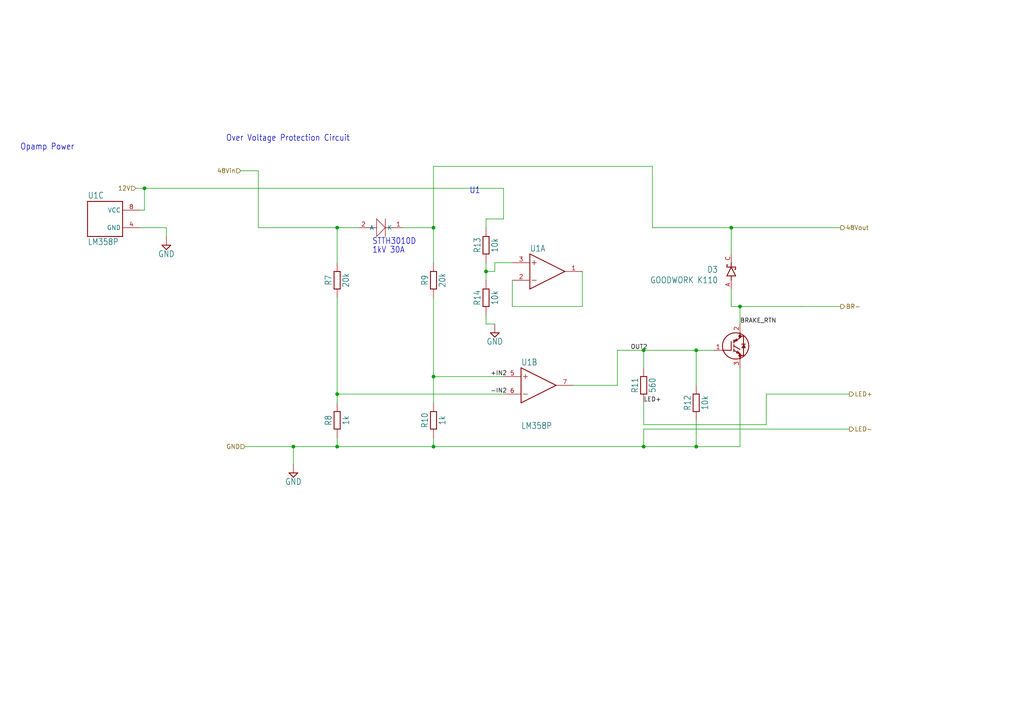
<source format=kicad_sch>
(kicad_sch (version 20230121) (generator eeschema)
  (paper "A4")
  (lib_symbols
    (symbol "RCHIP-0805(2012-METRIC)_1"
      (property "Reference" "R9" (at 0 2.54 0))
      (property "Value" "20k" (at 0 -2.54 0))
      (symbol "RCHIP-0805(2012-METRIC)_1_1_0"
        (polyline (pts (xy -2.54 -0.889) (xy -2.54 0.889)) (stroke (width 0.254)))
        (polyline (pts (xy -2.54 -0.889) (xy 2.54 -0.889)) (stroke (width 0.254)))
        (polyline (pts (xy 2.54 -0.889) (xy 2.54 0.889)) (stroke (width 0.254)))
        (polyline (pts (xy 2.54 0.889) (xy -2.54 0.889)) (stroke (width 0.254)))
        (pin passive line (at -5.08 0 0) (length 2.54) (name "1") (number "1"))
        (pin passive line (at 5.08 0 180) (length 2.54) (name "2") (number "2"))
      )
    )
    (symbol "RCHIP-0805(2012-METRIC)_2"
      (property "Reference" "R10" (at 0 2.54 0))
      (property "Value" "1k" (at 0 -2.54 0))
      (symbol "RCHIP-0805(2012-METRIC)_2_1_0"
        (polyline (pts (xy -2.54 -0.889) (xy -2.54 0.889)) (stroke (width 0.254)))
        (polyline (pts (xy -2.54 -0.889) (xy 2.54 -0.889)) (stroke (width 0.254)))
        (polyline (pts (xy 2.54 -0.889) (xy 2.54 0.889)) (stroke (width 0.254)))
        (polyline (pts (xy 2.54 0.889) (xy -2.54 0.889)) (stroke (width 0.254)))
        (pin passive line (at -5.08 0 0) (length 2.54) (name "1") (number "1"))
        (pin passive line (at 5.08 0 180) (length 2.54) (name "2") (number "2"))
      )
    )
    (symbol "RCHIP-0805(2012-METRIC)_3"
      (property "Reference" "R7" (at 0 2.54 0))
      (property "Value" "20k" (at 0 -2.54 0))
      (symbol "RCHIP-0805(2012-METRIC)_3_1_0"
        (polyline (pts (xy -2.54 -0.889) (xy -2.54 0.889)) (stroke (width 0.254)))
        (polyline (pts (xy -2.54 -0.889) (xy 2.54 -0.889)) (stroke (width 0.254)))
        (polyline (pts (xy 2.54 -0.889) (xy 2.54 0.889)) (stroke (width 0.254)))
        (polyline (pts (xy 2.54 0.889) (xy -2.54 0.889)) (stroke (width 0.254)))
        (pin passive line (at -5.08 0 0) (length 2.54) (name "1") (number "1"))
        (pin passive line (at 5.08 0 180) (length 2.54) (name "2") (number "2"))
      )
    )
    (symbol "RCHIP-0805(2012-METRIC)_4"
      (property "Reference" "R8" (at 0 2.54 0))
      (property "Value" "1k" (at 0 -2.54 0))
      (symbol "RCHIP-0805(2012-METRIC)_4_1_0"
        (polyline (pts (xy -2.54 -0.889) (xy -2.54 0.889)) (stroke (width 0.254)))
        (polyline (pts (xy -2.54 -0.889) (xy 2.54 -0.889)) (stroke (width 0.254)))
        (polyline (pts (xy 2.54 -0.889) (xy 2.54 0.889)) (stroke (width 0.254)))
        (polyline (pts (xy 2.54 0.889) (xy -2.54 0.889)) (stroke (width 0.254)))
        (pin passive line (at -5.08 0 0) (length 2.54) (name "1") (number "1"))
        (pin passive line (at 5.08 0 180) (length 2.54) (name "2") (number "2"))
      )
    )
    (symbol "RCHIP-0805(2012-METRIC)_5"
      (property "Reference" "R14" (at 0 2.54 0))
      (property "Value" "10k" (at 0 -2.54 0))
      (symbol "RCHIP-0805(2012-METRIC)_5_1_0"
        (polyline (pts (xy -2.54 -0.889) (xy -2.54 0.889)) (stroke (width 0.254)))
        (polyline (pts (xy -2.54 -0.889) (xy 2.54 -0.889)) (stroke (width 0.254)))
        (polyline (pts (xy 2.54 -0.889) (xy 2.54 0.889)) (stroke (width 0.254)))
        (polyline (pts (xy 2.54 0.889) (xy -2.54 0.889)) (stroke (width 0.254)))
        (pin passive line (at -5.08 0 0) (length 2.54) (name "1") (number "1"))
        (pin passive line (at 5.08 0 180) (length 2.54) (name "2") (number "2"))
      )
    )
    (symbol "RCHIP-0805(2012-METRIC)_6"
      (property "Reference" "R13" (at 0 2.54 0))
      (property "Value" "10k" (at 0 -2.54 0))
      (symbol "RCHIP-0805(2012-METRIC)_6_1_0"
        (polyline (pts (xy -2.54 -0.889) (xy -2.54 0.889)) (stroke (width 0.254)))
        (polyline (pts (xy -2.54 -0.889) (xy 2.54 -0.889)) (stroke (width 0.254)))
        (polyline (pts (xy 2.54 -0.889) (xy 2.54 0.889)) (stroke (width 0.254)))
        (polyline (pts (xy 2.54 0.889) (xy -2.54 0.889)) (stroke (width 0.254)))
        (pin passive line (at -5.08 0 0) (length 2.54) (name "1") (number "1"))
        (pin passive line (at 5.08 0 180) (length 2.54) (name "2") (number "2"))
      )
    )
    (symbol "RCHIP-0805(2012-METRIC)_7"
      (property "Reference" "R11" (at 0 2.54 0))
      (property "Value" "560" (at 0 -2.54 0))
      (symbol "RCHIP-0805(2012-METRIC)_7_1_0"
        (polyline (pts (xy -2.54 -0.889) (xy -2.54 0.889)) (stroke (width 0.254)))
        (polyline (pts (xy -2.54 -0.889) (xy 2.54 -0.889)) (stroke (width 0.254)))
        (polyline (pts (xy 2.54 -0.889) (xy 2.54 0.889)) (stroke (width 0.254)))
        (polyline (pts (xy 2.54 0.889) (xy -2.54 0.889)) (stroke (width 0.254)))
        (pin passive line (at -5.08 0 0) (length 2.54) (name "1") (number "1"))
        (pin passive line (at 5.08 0 180) (length 2.54) (name "2") (number "2"))
      )
    )
    (symbol "VESC_OVP_Resistor_Schematic_v41-eagle-import:DSS110UTR"
      (property "Reference" "D" (at -5.08 2.54 0))
      (symbol "DSS110UTR_1_0"
        (polyline (pts (xy -2.54 0) (xy -1.27 0)) (stroke (width 0.254)))
        (polyline (pts (xy -1.27 -1.27) (xy 1.27 0)) (stroke (width 0.254)))
        (polyline (pts (xy -1.27 0) (xy -1.27 -1.27)) (stroke (width 0.254)))
        (polyline (pts (xy -1.27 1.27) (xy -1.27 0)) (stroke (width 0.254)))
        (polyline (pts (xy 0.635 -1.016) (xy 0.635 -1.27)) (stroke (width 0.254)))
        (polyline (pts (xy 1.27 -1.27) (xy 0.635 -1.27)) (stroke (width 0.254)))
        (polyline (pts (xy 1.27 0) (xy -1.27 1.27)) (stroke (width 0.254)))
        (polyline (pts (xy 1.27 0) (xy 1.27 -1.27)) (stroke (width 0.254)))
        (polyline (pts (xy 1.27 1.27) (xy 1.27 0)) (stroke (width 0.254)))
        (polyline (pts (xy 1.905 1.27) (xy 1.27 1.27)) (stroke (width 0.254)))
        (polyline (pts (xy 1.905 1.27) (xy 1.905 1.016)) (stroke (width 0.254)))
        (polyline (pts (xy 2.54 0) (xy 1.27 0)) (stroke (width 0.254)))
        (pin passive line (at -5.08 0 0) (length 2.54) (name "A") (number "A"))
        (pin passive line (at 5.08 0 180) (length 2.54) (name "K") (number "C"))
      )
    )
    (symbol "VESC_OVP_Resistor_Schematic_v41-eagle-import:FGH40N60SFDTU"
      (symbol "FGH40N60SFDTU_1_0"
        (polyline (pts (xy 2.54 0) (xy 5.08 0)) (stroke (width 0.254)))
        (polyline (pts (xy 5.08 2.54) (xy 5.08 0)) (stroke (width 0.254)))
        (polyline (pts (xy 5.842 -0.4064) (xy 5.842 0.4064)) (stroke (width 0.254)))
        (polyline (pts (xy 5.842 0) (xy 7.62 -1.016)) (stroke (width 0.254)))
        (polyline (pts (xy 5.842 0.8636) (xy 5.842 1.6764)) (stroke (width 0.254)))
        (polyline (pts (xy 5.842 1.27) (xy 7.62 0.254)) (stroke (width 0.254)))
        (polyline (pts (xy 5.842 2.1336) (xy 5.842 2.9464)) (stroke (width 0.254)))
        (polyline (pts (xy 5.842 2.1844) (xy 5.842 2.9972)) (stroke (width 0.254)))
        (polyline (pts (xy 7.62 -1.524) (xy 8.636 -1.524)) (stroke (width 0.254)))
        (polyline (pts (xy 7.62 -1.016) (xy 7.62 -2.54)) (stroke (width 0.254)))
        (polyline (pts (xy 7.62 3.556) (xy 5.842 2.54)) (stroke (width 0.254)))
        (polyline (pts (xy 7.62 3.556) (xy 7.62 5.08)) (stroke (width 0.254)))
        (polyline (pts (xy 7.62 4.064) (xy 8.636 4.064)) (stroke (width 0.254)))
        (polyline (pts (xy 8.128 1.778) (xy 9.144 1.778)) (stroke (width 0.254)))
        (polyline (pts (xy 8.636 0.762) (xy 8.636 -1.524)) (stroke (width 0.254)))
        (polyline (pts (xy 8.636 1.778) (xy 8.636 4.064)) (stroke (width 0.254)))
        (polyline (pts (xy 6.604 -0.762) (xy 7.62 -1.016) (xy 6.858 -0.254)) (stroke (width 0.254)) (fill (type outline)))
        (polyline (pts (xy 6.604 3.302) (xy 5.842 2.54) (xy 6.858 2.794)) (stroke (width 0.254)) (fill (type outline)))
        (polyline (pts (xy 8.128 0.762) (xy 9.144 0.762) (xy 8.636 1.778)) (stroke (width 0.254)) (fill (type outline)))
        (circle (center 6.35 1.27) (radius 3.81) (stroke (width 0.254)))
        (circle (center 7.62 -1.524) (radius 0.254) (stroke (width 0.381)))
        (circle (center 7.62 4.064) (radius 0.254) (stroke (width 0.381)))
        (pin bidirectional line (at 0 0 0) (length 2.54) (name "G") (number "1"))
        (pin bidirectional line (at 7.62 7.62 270) (length 2.54) (name "C") (number "2"))
        (pin bidirectional line (at 7.62 -5.08 90) (length 2.54) (name "E") (number "3"))
      )
      (symbol "FGH40N60SFDTU_2_0"
        (pin power_in inverted (at -2.54 5.08 0) (length 5.08) (name "P$1") (number "P$1"))
        (pin power_in inverted (at -2.54 -5.08 0) (length 5.08) (name "P$2") (number "P$2"))
      )
    )
    (symbol "VESC_OVP_Resistor_Schematic_v41-eagle-import:GND" (power)
      (property "Value" "GND" (at 0 -2.54 0))
      (symbol "GND_1_0"
        (polyline (pts (xy -1.27 0) (xy 1.27 0)) (stroke (width 0.254)))
        (polyline (pts (xy 0 -1.27) (xy -1.27 0)) (stroke (width 0.254)))
        (polyline (pts (xy 1.27 0) (xy 0 -1.27)) (stroke (width 0.254)))
        (pin power_in line (at 0 2.54 270) (length 2.54) (name "GND") (number "1"))
      )
    )
    (symbol "VESC_OVP_Resistor_Schematic_v41-eagle-import:LM358P"
      (property "Reference" "U" (at -5.08 5.842 0))
      (symbol "LM358P_1_0"
        (polyline (pts (xy -5.08 -5.08) (xy 5.08 0)) (stroke (width 0.254)))
        (polyline (pts (xy -5.08 5.08) (xy -5.08 -5.08)) (stroke (width 0.254)))
        (polyline (pts (xy -4.445 -2.54) (xy -3.175 -2.54)) (stroke (width 0.1524)))
        (polyline (pts (xy -4.445 2.54) (xy -3.175 2.54)) (stroke (width 0.1524)))
        (polyline (pts (xy -3.81 3.175) (xy -3.81 1.905)) (stroke (width 0.1524)))
        (polyline (pts (xy 5.08 0) (xy -5.08 5.08)) (stroke (width 0.254)))
        (pin output line (at 10.16 0 180) (length 5.08) (name "OUT1") (number "1"))
        (pin input line (at -10.16 -2.54 0) (length 5.08) (name "-IN1") (number "2"))
        (pin input line (at -10.16 2.54 0) (length 5.08) (name "+IN1") (number "3"))
      )
      (symbol "LM358P_2_0"
        (polyline (pts (xy -5.08 -5.08) (xy 5.08 0)) (stroke (width 0.254)))
        (polyline (pts (xy -5.08 5.08) (xy -5.08 -5.08)) (stroke (width 0.254)))
        (polyline (pts (xy -4.445 -2.54) (xy -3.175 -2.54)) (stroke (width 0.1524)))
        (polyline (pts (xy -4.445 2.54) (xy -3.175 2.54)) (stroke (width 0.1524)))
        (polyline (pts (xy -3.81 3.175) (xy -3.81 1.905)) (stroke (width 0.1524)))
        (polyline (pts (xy 5.08 0) (xy -5.08 5.08)) (stroke (width 0.254)))
        (pin input line (at -10.16 2.54 0) (length 5.08) (name "+IN2") (number "5"))
        (pin input line (at -10.16 -2.54 0) (length 5.08) (name "-IN2") (number "6"))
        (pin output line (at 10.16 0 180) (length 5.08) (name "OUT2") (number "7"))
      )
      (symbol "LM358P_3_0"
        (polyline (pts (xy -5.08 -5.08) (xy -5.08 5.08)) (stroke (width 0.254)))
        (polyline (pts (xy -5.08 5.08) (xy 5.08 5.08)) (stroke (width 0.254)))
        (polyline (pts (xy 5.08 -5.08) (xy -5.08 -5.08)) (stroke (width 0.254)))
        (polyline (pts (xy 5.08 5.08) (xy 5.08 -5.08)) (stroke (width 0.254)))
        (pin power_in line (at 10.16 -2.54 180) (length 5.08) (name "GND") (number "4"))
        (pin power_in line (at 10.16 2.54 180) (length 5.08) (name "VCC") (number "8"))
      )
    )
    (symbol "VESC_OVP_Resistor_Schematic_v41-eagle-import:RCHIP-0805(2012-METRIC)"
      (property "Reference" "R12" (at 0 2.54 0))
      (property "Value" "10k" (at 0 -2.54 0))
      (symbol "RCHIP-0805(2012-METRIC)_1_0"
        (polyline (pts (xy -2.54 -0.889) (xy -2.54 0.889)) (stroke (width 0.254)))
        (polyline (pts (xy -2.54 -0.889) (xy 2.54 -0.889)) (stroke (width 0.254)))
        (polyline (pts (xy 2.54 -0.889) (xy 2.54 0.889)) (stroke (width 0.254)))
        (polyline (pts (xy 2.54 0.889) (xy -2.54 0.889)) (stroke (width 0.254)))
        (pin passive line (at -5.08 0 0) (length 2.54) (name "1") (number "1"))
        (pin passive line (at 5.08 0 180) (length 2.54) (name "2") (number "2"))
      )
    )
    (symbol "VESC_OVP_Resistor_Schematic_v41-eagle-import:STTH3010DTO-220AC_STM"
      (symbol "STTH3010DTO-220AC_STM_1_0"
        (polyline (pts (xy 2.54 0) (xy 5.08 0)) (stroke (width 0.1524)))
        (polyline (pts (xy 5.08 -2.54) (xy 7.62 0)) (stroke (width 0.1524)))
        (polyline (pts (xy 5.08 2.54) (xy 5.08 -2.54)) (stroke (width 0.1524)))
        (polyline (pts (xy 5.08 2.54) (xy 7.62 0)) (stroke (width 0.1524)))
        (polyline (pts (xy 7.62 2.54) (xy 7.62 -2.54)) (stroke (width 0.1524)))
        (polyline (pts (xy 10.16 0) (xy 7.62 0)) (stroke (width 0.1524)))
        (pin passive line (at 12.7 0 180) (length 2.54) (name "K") (number "1"))
        (pin passive line (at 0 0 0) (length 2.54) (name "A") (number "2"))
      )
    )
  )
  (junction (at 214.63 88.9))
  (junction (at 97.79 66.04))
  (junction (at 41.91 54.61))
  (junction (at 85.09 129.54))
  (junction (at 186.69 129.54))
  (junction (at 212.09 66.04))
  (junction (at 125.73 66.04))
  (junction (at 97.79 114.3))
  (junction (at 125.73 109.22))
  (junction (at 140.97 78.74))
  (junction (at 186.69 101.6))
  (junction (at 201.93 129.54))
  (junction (at 201.93 101.6))
  (junction (at 125.73 129.54))
  (junction (at 97.79 129.54))
  (wire (pts (xy 142.24 109.22) (xy 146.05 109.22)))
  (wire (pts (xy 142.24 109.22) (xy 125.73 109.22)) (stroke (width 0.1524)))
  (wire (pts (xy 201.93 101.6) (xy 186.69 101.6)) (stroke (width 0.1524)))
  (wire (pts (xy 146.05 54.61) (xy 146.05 63.5)) (stroke (width 0.1524)))
  (wire (pts (xy 243.84 66.04) (xy 231.14 66.04)))
  (wire (pts (xy 140.97 91.44) (xy 140.97 93.98)) (stroke (width 0.1524)))
  (wire (pts (xy 140.97 63.5) (xy 140.97 66.04)) (stroke (width 0.1524)))
  (wire (pts (xy 125.73 129.54) (xy 186.69 129.54)) (stroke (width 0.1524)))
  (wire (pts (xy 41.91 54.61) (xy 41.91 60.96)))
  (wire (pts (xy 39.37 54.61) (xy 41.91 54.61)) (stroke (width 0.1524)))
  (wire (pts (xy 125.73 48.26) (xy 125.73 66.04)) (stroke (width 0.1524)))
  (wire (pts (xy 186.69 106.68) (xy 186.69 101.6)) (stroke (width 0.1524)))
  (wire (pts (xy 186.69 123.19) (xy 222.25 123.19)))
  (wire (pts (xy 179.07 101.6) (xy 186.69 101.6)) (stroke (width 0.1524)))
  (wire (pts (xy 246.38 114.3) (xy 222.25 114.3)))
  (wire (pts (xy 179.07 111.76) (xy 179.07 101.6)) (stroke (width 0.1524)))
  (wire (pts (xy 222.25 114.3) (xy 222.25 123.19)))
  (wire (pts (xy 97.79 129.54) (xy 125.73 129.54)) (stroke (width 0.1524)))
  (wire (pts (xy 140.97 93.98) (xy 143.51 93.98)) (stroke (width 0.1524)))
  (wire (pts (xy 212.09 66.04) (xy 231.14 66.04)) (stroke (width 0.1524)))
  (wire (pts (xy 71.12 129.54) (xy 85.09 129.54)))
  (wire (pts (xy 207.01 101.6) (xy 201.93 101.6)) (stroke (width 0.1524)))
  (wire (pts (xy 97.79 76.2) (xy 97.79 66.04)) (stroke (width 0.1524)))
  (wire (pts (xy 140.97 78.74) (xy 140.97 81.28)) (stroke (width 0.1524)))
  (wire (pts (xy 201.93 121.92) (xy 201.93 129.54)) (stroke (width 0.1524)))
  (wire (pts (xy 212.09 88.9) (xy 212.09 83.82)) (stroke (width 0.1524)))
  (wire (pts (xy 214.63 88.9) (xy 212.09 88.9)) (stroke (width 0.1524)))
  (wire (pts (xy 143.51 76.2) (xy 148.59 76.2)) (stroke (width 0.1524)))
  (wire (pts (xy 69.85 49.53) (xy 74.93 49.53)))
  (wire (pts (xy 166.37 111.76) (xy 179.07 111.76)) (stroke (width 0.1524)))
  (wire (pts (xy 214.63 93.98) (xy 214.63 88.9)) (stroke (width 0.1524)))
  (wire (pts (xy 140.97 78.74) (xy 143.51 78.74)) (stroke (width 0.1524)))
  (wire (pts (xy 125.73 86.36) (xy 125.73 109.22)) (stroke (width 0.1524)))
  (wire (pts (xy 148.59 88.9) (xy 148.59 81.28)) (stroke (width 0.1524)))
  (wire (pts (xy 125.73 66.04) (xy 125.73 76.2)) (stroke (width 0.1524)))
  (wire (pts (xy 116.84 66.04) (xy 125.73 66.04)))
  (wire (pts (xy 140.97 76.2) (xy 140.97 78.74)) (stroke (width 0.1524)))
  (wire (pts (xy 232.41 88.9) (xy 214.63 88.9)) (stroke (width 0.1524)))
  (wire (pts (xy 201.93 111.76) (xy 201.93 101.6)) (stroke (width 0.1524)))
  (wire (pts (xy 85.09 134.62) (xy 85.09 129.54)) (stroke (width 0.1524)))
  (wire (pts (xy 85.09 129.54) (xy 97.79 129.54)) (stroke (width 0.1524)))
  (wire (pts (xy 40.64 66.04) (xy 48.26 66.04)) (stroke (width 0.1524)))
  (wire (pts (xy 212.09 73.66) (xy 212.09 66.04)) (stroke (width 0.1524)))
  (wire (pts (xy 189.23 66.04) (xy 189.23 48.26)) (stroke (width 0.1524)))
  (wire (pts (xy 146.05 63.5) (xy 140.97 63.5)) (stroke (width 0.1524)))
  (wire (pts (xy 189.23 66.04) (xy 212.09 66.04)) (stroke (width 0.1524)))
  (wire (pts (xy 186.69 127) (xy 186.69 129.54)) (stroke (width 0.1524)))
  (wire (pts (xy 125.73 109.22) (xy 125.73 116.84)) (stroke (width 0.1524)))
  (wire (pts (xy 214.63 106.68) (xy 214.63 129.54)) (stroke (width 0.1524)))
  (wire (pts (xy 168.91 78.74) (xy 168.91 88.9)) (stroke (width 0.1524)))
  (wire (pts (xy 186.69 118.11) (xy 186.69 116.84)) (stroke (width 0.1524)))
  (wire (pts (xy 41.91 54.61) (xy 146.05 54.61)) (stroke (width 0.1524)))
  (wire (pts (xy 142.24 114.3) (xy 146.05 114.3)))
  (wire (pts (xy 186.69 118.11) (xy 186.69 123.19)))
  (wire (pts (xy 246.38 124.46) (xy 186.69 124.46)))
  (wire (pts (xy 41.91 60.96) (xy 40.64 60.96)))
  (wire (pts (xy 97.79 66.04) (xy 104.14 66.04)))
  (wire (pts (xy 142.24 114.3) (xy 97.79 114.3)) (stroke (width 0.1524)))
  (wire (pts (xy 143.51 78.74) (xy 143.51 76.2)) (stroke (width 0.1524)))
  (wire (pts (xy 74.93 66.04) (xy 97.79 66.04)) (stroke (width 0.1524)))
  (wire (pts (xy 125.73 127) (xy 125.73 129.54)) (stroke (width 0.1524)))
  (wire (pts (xy 97.79 86.36) (xy 97.79 114.3)) (stroke (width 0.1524)))
  (wire (pts (xy 186.69 124.46) (xy 186.69 127)))
  (wire (pts (xy 186.69 129.54) (xy 201.93 129.54)) (stroke (width 0.1524)))
  (wire (pts (xy 168.91 88.9) (xy 148.59 88.9)) (stroke (width 0.1524)))
  (wire (pts (xy 243.84 88.9) (xy 232.41 88.9)))
  (wire (pts (xy 201.93 129.54) (xy 214.63 129.54)) (stroke (width 0.1524)))
  (wire (pts (xy 48.26 66.04) (xy 48.26 68.58)) (stroke (width 0.1524)))
  (wire (pts (xy 97.79 127) (xy 97.79 129.54)) (stroke (width 0.1524)))
  (wire (pts (xy 97.79 114.3) (xy 97.79 116.84)) (stroke (width 0.1524)))
  (wire (pts (xy 74.93 49.53) (xy 74.93 66.04)))
  (wire (pts (xy 125.73 48.26) (xy 189.23 48.26)) (stroke (width 0.1524)))
  (text "Over Voltage Protection Circuit" (at 65.532 39.116 0) (effects (font (size 1.778 1.5113)) (justify left top)))
  (text "U1" (at 136.144 56.388 0) (effects (font (size 1.778 1.5113)) (justify left bottom)))
  (text "STTH3010D" (at 107.95 71.12 0) (effects (font (size 1.778 1.5113)) (justify left bottom)))
  (text "Opamp Power" (at 5.842 41.656 0) (effects (font (size 1.778 1.5113)) (justify left top)))
  (text "1kV 30A" (at 107.95 73.66 0) (effects (font (size 1.778 1.5113)) (justify left bottom)))
  (label "-IN2" (at 142.24 114.3 0) (effects (font (size 1.2446 1.2446))))
  (label "BRAKE_RTN" (at 214.63 93.98 0) (effects (font (size 1.2446 1.2446))))
  (label "+IN2" (at 142.24 109.22 0) (effects (font (size 1.2446 1.2446))))
  (label "LED+" (at 186.69 116.84 0) (effects (font (size 1.2446 1.2446))))
  (label "OUT2" (at 182.88 101.6 0) (effects (font (size 1.2446 1.2446))))
  (hierarchical_label "48Vin" (shape input) (at 69.85 49.53 180))
  (hierarchical_label "12V" (shape input) (at 39.37 54.61 180))
  (hierarchical_label "LED+" (shape output) (at 246.38 114.3 0))
  (hierarchical_label "48Vout" (shape output) (at 243.84 66.04 0))
  (hierarchical_label "LED-" (shape output) (at 246.38 124.46 0))
  (hierarchical_label "GND" (shape input) (at 71.12 129.54 180))
  (hierarchical_label "BR-" (shape output) (at 243.84 88.9 0))
  (symbol (lib_name "RCHIP-0805(2012-METRIC)_6") (lib_id "VESC_OVP_Resistor_Schematic_v41-eagle-import:RCHIP-0805(2012-METRIC)") (at 140.97 71.12 90) (unit 1)
    (property "Reference" "R13" (at 138.43 71.12 0) (effects (font (size 1.778 1.5113))))
    (property "Value" "10k" (at 143.51 71.12 0) (effects (font (size 1.778 1.5113))))
    (property "Footprint" "VESC_OVP_Resistor_Schematic_v41:RESC2012X65" (effects hide))
    (property "LCSC Part #" "C100047" (effects hide))
    (property "Manufacturer" "YAGEO" (effects hide))
    (property "Mft. Part #" "RC0805JR-0710KL" (effects hide))
    (instances (project "VESC_OVP_Resistor_Schematic_v41" (path "" (reference "R13") (unit 1)) (path "" (reference "R5") (unit 1))) (project "Cheap FOCer 2 60mm" (path "" (reference "R46") (unit 1))))
  )
  (symbol (lib_name "RCHIP-0805(2012-METRIC)_4") (lib_id "VESC_OVP_Resistor_Schematic_v41-eagle-import:RCHIP-0805(2012-METRIC)") (at 97.79 121.92 90) (unit 1)
    (property "Reference" "R8" (at 95.25 121.92 0) (effects (font (size 1.778 1.5113))))
    (property "Value" "1k" (at 100.33 121.92 0) (effects (font (size 1.778 1.5113))))
    (property "Footprint" "VESC_OVP_Resistor_Schematic_v41:RESC2012X65" (effects hide))
    (property "LCSC Part #" "C100046" (effects hide))
    (property "Manufacturer" "YAGEO" (effects hide))
    (property "Mft. Part #" "RC0805JR-071KL" (effects hide))
    (instances (project "VESC_OVP_Resistor_Schematic_v41" (path "" (reference "R8") (unit 1)) (path "" (reference "R2") (unit 1))) (project "Cheap FOCer 2 60mm" (path "" (reference "R43") (unit 1))))
  )
  (symbol (lib_id "VESC_OVP_Resistor_Schematic_v41-eagle-import:LM358P") (at 156.21 111.76 0) (unit 2)
    (property "Reference" "U1" (at 151.13 106.045 0) (effects (font (size 1.778 1.5113)) (justify left bottom)))
    (property "Value" "LM358P" (at 151.13 124.46 0) (effects (font (size 1.778 1.5113)) (justify left bottom)))
    (property "Footprint" "VESC_OVP_Resistor_Schematic_v41:DIP794W45P254L959H508Q8" (effects hide))
    (property "LCSC Part #" "C5213" (effects hide))
    (property "Manufacturer" "Texas Instruments" (effects hide))
    (property "Mft. Part #" "LM358P" (effects hide))
    (instances (project "VESC_OVP_Resistor_Schematic_v41" (path "" (reference "U1") (unit 2)) (path "" (reference "U1") (unit 2))) (project "Cheap FOCer 2 60mm" (path "" (reference "U6") (unit 2))))
  )
  (symbol (lib_id "VESC_OVP_Resistor_Schematic_v41-eagle-import:STTH3010DTO-220AC_STM") (at 104.14 66.04 0) (unit 1)
    (property "Reference" "D1" (effects hide))
    (property "Value" "STTH3010DTO-220AC_STM" (effects hide))
    (property "Footprint" "Package_TO_SOT_THT:TO-220-2_Horizontal_TabUp" (effects hide))
    (property "LCSC Part #" "C73865" (effects hide))
    (property "Manufacturer" "STMicroelectronics" (effects hide))
    (property "Mft. Part #" "STTH3010D" (effects hide))
    (instances (project "VESC_OVP_Resistor_Schematic_v41" (path "" (reference "D1") (unit 1)) (path "" (reference "D2") (unit 1))) (project "Cheap FOCer 2 60mm" (path "" (reference "D8") (unit 1))))
  )
  (symbol (lib_id "VESC_OVP_Resistor_Schematic_v41-eagle-import:RCHIP-0805(2012-METRIC)") (at 201.93 116.84 90) (unit 1)
    (property "Reference" "R12" (at 199.39 116.84 0) (effects (font (size 1.778 1.5113))))
    (property "Value" "10k" (at 204.47 116.84 0) (effects (font (size 1.778 1.5113))))
    (property "Footprint" "VESC_OVP_Resistor_Schematic_v41:RESC2012X65" (effects hide))
    (property "LCSC Part #" "C100047" (effects hide))
    (property "Manufacturer" "YAGEO" (effects hide))
    (property "Mft. Part #" "RC0805JR-0710KL" (effects hide))
    (instances (project "VESC_OVP_Resistor_Schematic_v41" (path "" (reference "R12") (unit 1)) (path "" (reference "R8") (unit 1))) (project "Cheap FOCer 2 60mm" (path "" (reference "R49") (unit 1))))
  )
  (symbol (lib_id "VESC_OVP_Resistor_Schematic_v41-eagle-import:FGH40N60SFDTU") (at 207.01 101.6 0) (unit 1)
    (property "Reference" "Q1" (effects hide))
    (property "Value" "FGH40N60SFDTU" (effects hide))
    (property "Footprint" "Package_TO_SOT_THT:TO-247-3_Horizontal_TabUp" (effects hide))
    (property "LCSC Part #" "C49514" (effects hide))
    (property "Manufacturer" "onsemi" (effects hide))
    (property "Mft. Part #" "FGH40N60SFDTU" (effects hide))
  )
  (symbol (lib_id "VESC_OVP_Resistor_Schematic_v41-eagle-import:GND") (at 48.26 71.12 0) (unit 1)
    (property "Reference" "#SUPPLY010" (effects hide))
    (property "Value" "GND" (at 48.26 73.66 0) (effects (font (size 1.778 1.5113))))
    (instances (project "VESC_OVP_Resistor_Schematic_v41" (path "" (reference "#SUPPLY010") (unit 1)) (path "" (reference "#SUPPLY06") (unit 1))) (project "Cheap FOCer 2 60mm" (path "" (reference "#SUPPLY01") (unit 1))))
  )
  (symbol (lib_name "RCHIP-0805(2012-METRIC)_3") (lib_id "VESC_OVP_Resistor_Schematic_v41-eagle-import:RCHIP-0805(2012-METRIC)") (at 97.79 81.28 90) (unit 1)
    (property "Reference" "R7" (at 95.25 81.28 0) (effects (font (size 1.778 1.5113))))
    (property "Value" "20k" (at 100.33 81.28 0) (effects (font (size 1.778 1.5113))))
    (property "Footprint" "VESC_OVP_Resistor_Schematic_v41:RESC2012X65" (effects hide))
    (property "Manufacturer" "YAGEO" (effects hide))
    (property "Mft. Part #" "RC0805JR-0720KL" (effects hide))
    (property "LCSC Part #" "C114233" (effects hide))
    (instances (project "VESC_OVP_Resistor_Schematic_v41" (path "" (reference "R7") (unit 1)) (path "" (reference "R1") (unit 1))) (project "Cheap FOCer 2 60mm" (path "" (reference "R42") (unit 1))))
  )
  (symbol (lib_id "VESC_OVP_Resistor_Schematic_v41-eagle-import:DSS110UTR") (at 212.09 78.74 90) (unit 1)
    (property "Reference" "D3" (at 208.28 77.216 90) (effects (font (size 1.778 1.5113)) (justify left bottom)))
    (property "Value" "GOODWORK K110" (at 208.28 80.264 90) (effects (font (size 1.778 1.5113)) (justify left bottom)))
    (property "Footprint" "VESC_OVP_Resistor_Schematic_v41:SODFL3618X110N" (effects hide))
    (property "LCSC Part #" "C908663" (effects hide))
    (property "Manufacturer" "GOODWORK" (effects hide))
    (property "Mft. Part #" "K110" (effects hide))
    (property "etc" "SMC(Sangdest Microelectronicstronic (Nanjing)) DSS110U C3758514" (effects hide))
    (instances (project "VESC_OVP_Resistor_Schematic_v41" (path "" (reference "D3") (unit 1)) (path "" (reference "D3") (unit 1))) (project "Cheap FOCer 2 60mm" (path "" (reference "D9") (unit 1))))
  )
  (symbol (lib_name "RCHIP-0805(2012-METRIC)_1") (lib_id "VESC_OVP_Resistor_Schematic_v41-eagle-import:RCHIP-0805(2012-METRIC)") (at 125.73 81.28 90) (unit 1)
    (property "Reference" "R9" (at 123.19 81.28 0) (effects (font (size 1.778 1.5113))))
    (property "Value" "20k" (at 128.27 81.28 0) (effects (font (size 1.778 1.5113))))
    (property "Footprint" "VESC_OVP_Resistor_Schematic_v41:RESC2012X65" (effects hide))
    (property "LCSC Part #" "C114233" (effects hide))
    (property "Manufacturer" "YAGEO" (effects hide))
    (property "Mft. Part #" "RC0805JR-0720KL" (effects hide))
    (instances (project "VESC_OVP_Resistor_Schematic_v41" (path "" (reference "R9") (unit 1)) (path "" (reference "R3") (unit 1))) (project "Cheap FOCer 2 60mm" (path "" (reference "R44") (unit 1))))
  )
  (symbol (lib_name "RCHIP-0805(2012-METRIC)_7") (lib_id "VESC_OVP_Resistor_Schematic_v41-eagle-import:RCHIP-0805(2012-METRIC)") (at 186.69 111.76 90) (unit 1)
    (property "Reference" "R11" (at 184.15 111.76 0) (effects (font (size 1.778 1.5113))))
    (property "Value" "560" (at 189.23 111.76 0) (effects (font (size 1.778 1.5113))))
    (property "Footprint" "VESC_OVP_Resistor_Schematic_v41:RESC2012X65" (effects hide))
    (property "LCSC Part #" "C137421" (effects hide))
    (property "Manufacturer" "YAGEO" (effects hide))
    (property "Mft. Part #" "RC0805JR-07560RL" (effects hide))
    (instances (project "VESC_OVP_Resistor_Schematic_v41" (path "" (reference "R11") (unit 1)) (path "" (reference "R7") (unit 1))) (project "Cheap FOCer 2 60mm" (path "" (reference "R48") (unit 1))))
  )
  (symbol (lib_id "VESC_OVP_Resistor_Schematic_v41-eagle-import:GND") (at 143.51 96.52 0) (unit 1)
    (property "Reference" "#SUPPLY014" (effects hide))
    (property "Value" "GND" (at 143.51 99.06 0) (effects (font (size 1.778 1.5113))))
    (instances (project "VESC_OVP_Resistor_Schematic_v41" (path "" (reference "#SUPPLY014") (unit 1)) (path "" (reference "#SUPPLY09") (unit 1))) (project "Cheap FOCer 2 60mm" (path "" (reference "#SUPPLY03") (unit 1))))
  )
  (symbol (lib_name "RCHIP-0805(2012-METRIC)_2") (lib_id "VESC_OVP_Resistor_Schematic_v41-eagle-import:RCHIP-0805(2012-METRIC)") (at 125.73 121.92 90) (unit 1)
    (property "Reference" "R10" (at 123.19 121.92 0) (effects (font (size 1.778 1.5113))))
    (property "Value" "1k" (at 128.27 121.92 0) (effects (font (size 1.778 1.5113))))
    (property "Footprint" "VESC_OVP_Resistor_Schematic_v41:RESC2012X65" (effects hide))
    (property "LCSC Part #" "C100046" (effects hide))
    (property "Manufacturer" "YAGEO" (effects hide))
    (property "Mft. Part #" "RC0805JR-071KL" (effects hide))
    (instances (project "VESC_OVP_Resistor_Schematic_v41" (path "" (reference "R10") (unit 1)) (path "" (reference "R4") (unit 1))) (project "Cheap FOCer 2 60mm" (path "" (reference "R45") (unit 1))))
  )
  (symbol (lib_id "VESC_OVP_Resistor_Schematic_v41-eagle-import:LM358P") (at 30.48 63.5 0) (unit 3)
    (property "Reference" "U1" (at 25.4 57.658 0) (effects (font (size 1.778 1.5113)) (justify left bottom)))
    (property "Value" "LM358P" (at 25.4 71.12 0) (effects (font (size 1.778 1.5113)) (justify left bottom)))
    (property "Footprint" "VESC_OVP_Resistor_Schematic_v41:DIP794W45P254L959H508Q8" (effects hide))
    (property "LCSC Part #" "C5213" (effects hide))
    (property "Manufacturer" "Texas Instruments" (effects hide))
    (property "Mft. Part #" "LM358P" (effects hide))
    (instances (project "VESC_OVP_Resistor_Schematic_v41" (path "" (reference "U1") (unit 3)) (path "" (reference "U1") (unit 3))) (project "Cheap FOCer 2 60mm" (path "" (reference "U6") (unit 3))))
  )
  (symbol (lib_id "VESC_OVP_Resistor_Schematic_v41-eagle-import:GND") (at 85.09 137.16 0) (unit 1)
    (property "Reference" "#SUPPLY09" (effects hide))
    (property "Value" "GND" (at 85.09 139.7 0) (effects (font (size 1.778 1.5113))))
    (instances (project "VESC_OVP_Resistor_Schematic_v41" (path "" (reference "#SUPPLY09") (unit 1)) (path "" (reference "#SUPPLY08") (unit 1))) (project "Cheap FOCer 2 60mm" (path "" (reference "#SUPPLY02") (unit 1))))
  )
  (symbol (lib_name "RCHIP-0805(2012-METRIC)_5") (lib_id "VESC_OVP_Resistor_Schematic_v41-eagle-import:RCHIP-0805(2012-METRIC)") (at 140.97 86.36 90) (unit 1)
    (property "Reference" "R14" (at 138.43 86.36 0) (effects (font (size 1.778 1.5113))))
    (property "Value" "10k" (at 143.51 86.36 0) (effects (font (size 1.778 1.5113))))
    (property "Footprint" "VESC_OVP_Resistor_Schematic_v41:RESC2012X65" (effects hide))
    (property "LCSC Part #" "C100047" (effects hide))
    (property "Manufacturer" "YAGEO" (effects hide))
    (property "Mft. Part #" "RC0805JR-0710KL" (effects hide))
    (instances (project "VESC_OVP_Resistor_Schematic_v41" (path "" (reference "R14") (unit 1)) (path "" (reference "R6") (unit 1))) (project "Cheap FOCer 2 60mm" (path "" (reference "R47") (unit 1))))
  )
  (symbol (lib_id "VESC_OVP_Resistor_Schematic_v41-eagle-import:LM358P") (at 158.75 78.74 0) (unit 1)
    (property "Reference" "U1" (at 153.67 73.025 0) (effects (font (size 1.778 1.5113)) (justify left bottom)))
    (property "Value" "LM358P" (effects hide))
    (property "Footprint" "VESC_OVP_Resistor_Schematic_v41:DIP794W45P254L959H508Q8" (effects hide))
    (property "LCSC Part #" "C5213" (effects hide))
    (property "Manufacturer" "Texas Instruments" (effects hide))
    (property "Mft. Part #" "LM358P" (effects hide))
    (instances (project "VESC_OVP_Resistor_Schematic_v41" (path "" (reference "U1") (unit 1)) (path "" (reference "U1") (unit 1))) (project "Cheap FOCer 2 60mm" (path "" (reference "U6") (unit 1))))
  )
)
</source>
